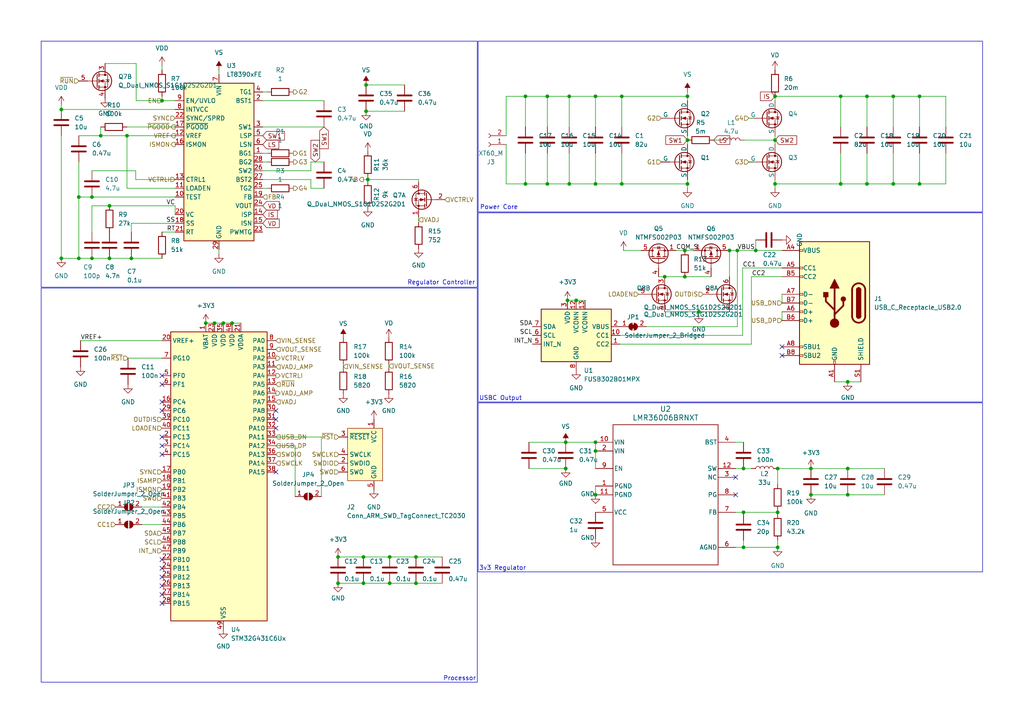
<source format=kicad_sch>
(kicad_sch (version 20230121) (generator eeschema)
  (paper "A4")
  (title_block (title "PD Charger") (date "2024-04-13") (rev "v1.0"))
  (junction (at 120.65 161.544))
  (junction (at 158.75 53.34))
  (junction (at 164.084 135.89))
  (junction (at 36.83 39.37))
  (junction (at 225.552 135.89))
  (junction (at 31.75 59.69))
  (junction (at 31.75 74.93))
  (junction (at 251.46 27.94))
  (junction (at 251.46 53.34))
  (junction (at 213.868 72.644))
  (junction (at 17.78 74.93))
  (junction (at 225.552 148.59))
  (junction (at 59.69 93.726))
  (junction (at 113.03 169.164))
  (junction (at 243.84 27.94))
  (junction (at 158.75 27.94))
  (junction (at 152.4 53.34))
  (junction (at 219.202 72.644))
  (junction (at 245.872 143.51))
  (junction (at 26.67 57.15))
  (junction (at 120.65 169.164))
  (junction (at 105.41 169.164))
  (junction (at 259.08 27.94))
  (junction (at 224.79 53.34))
  (junction (at 266.7 27.94))
  (junction (at 164.084 128.27))
  (junction (at 215.646 158.75))
  (junction (at 198.628 80.264))
  (junction (at 224.79 40.64))
  (junction (at 192.786 80.264))
  (junction (at 106.68 52.07))
  (junction (at 167.132 87.122))
  (junction (at 26.67 74.93))
  (junction (at 235.204 135.89))
  (junction (at 172.72 143.51))
  (junction (at 152.4 27.94))
  (junction (at 164.592 87.122))
  (junction (at 172.72 27.94))
  (junction (at 64.77 93.726))
  (junction (at 38.1 74.93))
  (junction (at 29.21 39.37))
  (junction (at 211.582 72.644))
  (junction (at 98.044 161.544))
  (junction (at 198.628 72.644))
  (junction (at 199.39 53.34))
  (junction (at 165.1 27.94))
  (junction (at 46.99 29.21))
  (junction (at 202.692 90.424))
  (junction (at 172.72 128.27))
  (junction (at 235.204 143.51))
  (junction (at 259.08 53.34))
  (junction (at 180.34 27.94))
  (junction (at 225.552 158.75))
  (junction (at 245.872 135.89))
  (junction (at 67.31 93.726))
  (junction (at 180.34 53.34))
  (junction (at 106.172 24.638))
  (junction (at 199.39 40.64))
  (junction (at 17.78 31.75))
  (junction (at 245.872 110.744))
  (junction (at 62.23 93.726))
  (junction (at 199.39 27.94))
  (junction (at 243.84 53.34))
  (junction (at 106.172 32.258))
  (junction (at 224.79 27.94))
  (junction (at 165.1 53.34))
  (junction (at 266.7 53.34))
  (junction (at 172.72 53.34))
  (junction (at 105.41 161.544))
  (junction (at 98.044 169.164))
  (junction (at 22.86 74.93))
  (junction (at 215.646 135.89))
  (junction (at 215.646 148.59))
  (junction (at 172.72 130.81))
  (junction (at 113.03 161.544))
  (junction (at 22.86 57.15))
  (no_connect (at 46.99 169.926))
  (no_connect (at 226.822 103.124))
  (no_connect (at 80.01 124.206))
  (no_connect (at 80.01 136.906))
  (no_connect (at 226.822 100.584))
  (no_connect (at 80.01 119.126))
  (no_connect (at 46.99 116.586))
  (no_connect (at 46.99 119.126))
  (no_connect (at 46.99 164.846))
  (no_connect (at 46.99 111.506))
  (no_connect (at 46.99 172.466))
  (no_connect (at 80.01 121.666))
  (no_connect (at 46.99 108.966))
  (no_connect (at 46.99 167.386))
  (no_connect (at 46.99 129.286))
  (no_connect (at 213.36 143.51))
  (no_connect (at 46.99 126.746))
  (no_connect (at 46.99 175.006))
  (no_connect (at 213.36 138.43))
  (no_connect (at 46.99 162.306))
  (no_connect (at 46.99 131.826))
  (wire (pts (xy 213.36 135.89) (xy 215.646 135.89)))
  (wire (pts (xy 105.41 169.164) (xy 113.03 169.164)))
  (wire (pts (xy 38.1 67.31) (xy 38.1 64.77)))
  (wire (pts (xy 180.848 72.644) (xy 185.928 72.644)))
  (wire (pts (xy 167.132 87.122) (xy 169.672 87.122)))
  (wire (pts (xy 199.39 52.07) (xy 199.39 53.34)))
  (wire (pts (xy 99.568 105.664) (xy 99.568 106.68)))
  (wire (pts (xy 251.46 44.45) (xy 251.46 53.34)))
  (wire (pts (xy 105.41 161.544) (xy 113.03 161.544)))
  (wire (pts (xy 85.598 144.018) (xy 85.598 129.286)))
  (wire (pts (xy 50.8 54.61) (xy 36.83 54.61)))
  (wire (pts (xy 26.67 57.15) (xy 50.8 57.15)))
  (wire (pts (xy 50.8 59.69) (xy 50.8 62.23)))
  (wire (pts (xy 226.822 90.424) (xy 226.822 92.964)))
  (wire (pts (xy 158.75 53.34) (xy 165.1 53.34)))
  (wire (pts (xy 152.4 44.45) (xy 152.4 53.34)))
  (wire (pts (xy 199.39 26.67) (xy 199.39 27.94)))
  (wire (pts (xy 76.2 26.67) (xy 77.47 26.67)))
  (wire (pts (xy 36.83 54.61) (xy 36.83 39.37)))
  (wire (pts (xy 215.646 148.59) (xy 225.552 148.59)))
  (wire (pts (xy 67.31 93.726) (xy 69.85 93.726)))
  (wire (pts (xy 243.84 27.94) (xy 224.79 27.94)))
  (wire (pts (xy 180.34 36.83) (xy 180.34 27.94)))
  (wire (pts (xy 112.776 105.664) (xy 112.776 106.68)))
  (wire (pts (xy 225.552 148.082) (xy 225.552 148.59)))
  (wire (pts (xy 199.39 39.37) (xy 199.39 40.64)))
  (wire (pts (xy 165.1 53.34) (xy 172.72 53.34)))
  (wire (pts (xy 26.67 74.93) (xy 31.75 74.93)))
  (wire (pts (xy 251.46 27.94) (xy 243.84 27.94)))
  (wire (pts (xy 106.172 24.638) (xy 117.348 24.638)))
  (wire (pts (xy 120.65 169.164) (xy 128.27 169.164)))
  (wire (pts (xy 152.4 27.94) (xy 158.75 27.94)))
  (wire (pts (xy 29.21 36.83) (xy 29.21 39.37)))
  (wire (pts (xy 76.2 29.21) (xy 93.98 29.21)))
  (wire (pts (xy 202.692 90.424) (xy 211.582 90.424)))
  (wire (pts (xy 172.72 140.97) (xy 172.72 143.51)))
  (wire (pts (xy 245.872 135.89) (xy 256.54 135.89)))
  (wire (pts (xy 172.72 130.81) (xy 172.72 135.89)))
  (wire (pts (xy 165.1 36.83) (xy 165.1 27.94)))
  (wire (pts (xy 199.39 53.34) (xy 199.39 54.61)))
  (wire (pts (xy 266.7 53.34) (xy 259.08 53.34)))
  (wire (pts (xy 215.646 156.718) (xy 215.646 158.75)))
  (wire (pts (xy 213.36 148.59) (xy 215.646 148.59)))
  (wire (pts (xy 180.34 44.45) (xy 180.34 53.34)))
  (wire (pts (xy 39.497 18.415) (xy 39.497 29.21)))
  (wire (pts (xy 146.812 41.91) (xy 146.812 53.34)))
  (wire (pts (xy 38.1 64.77) (xy 50.8 64.77)))
  (wire (pts (xy 217.932 80.264) (xy 226.822 80.264)))
  (wire (pts (xy 62.23 93.726) (xy 64.77 93.726)))
  (wire (pts (xy 199.39 40.64) (xy 199.39 41.91)))
  (wire (pts (xy 93.218 144.018) (xy 93.218 126.746)))
  (wire (pts (xy 153.416 135.89) (xy 164.084 135.89)))
  (wire (pts (xy 165.1 44.45) (xy 165.1 53.34)))
  (wire (pts (xy 46.99 19.05) (xy 46.99 20.32)))
  (wire (pts (xy 76.2 54.61) (xy 77.47 54.61)))
  (wire (pts (xy 235.204 143.51) (xy 245.872 143.51)))
  (wire (pts (xy 243.84 44.45) (xy 243.84 53.34)))
  (wire (pts (xy 251.46 36.83) (xy 251.46 27.94)))
  (wire (pts (xy 226.822 85.344) (xy 226.822 87.884)))
  (wire (pts (xy 153.416 128.27) (xy 164.084 128.27)))
  (wire (pts (xy 30.48 18.415) (xy 39.497 18.415)))
  (wire (pts (xy 22.86 39.37) (xy 29.21 39.37)))
  (wire (pts (xy 266.7 44.45) (xy 266.7 53.34)))
  (wire (pts (xy 93.218 126.746) (xy 80.01 126.746)))
  (wire (pts (xy 198.628 72.644) (xy 201.168 72.644)))
  (wire (pts (xy 17.78 31.75) (xy 50.8 31.75)))
  (wire (pts (xy 90.17 54.61) (xy 93.98 54.61)))
  (wire (pts (xy 259.08 53.34) (xy 251.46 53.34)))
  (wire (pts (xy 217.17 46.99) (xy 218.44 46.99)))
  (wire (pts (xy 39.497 29.21) (xy 46.99 29.21)))
  (wire (pts (xy 113.03 161.544) (xy 120.65 161.544)))
  (wire (pts (xy 224.79 39.37) (xy 224.79 40.64)))
  (wire (pts (xy 39.37 49.53) (xy 39.37 52.07)))
  (wire (pts (xy 120.65 161.544) (xy 128.27 161.544)))
  (wire (pts (xy 243.84 36.83) (xy 243.84 27.94)))
  (wire (pts (xy 259.08 36.83) (xy 259.08 27.94)))
  (wire (pts (xy 22.86 74.93) (xy 17.78 74.93)))
  (wire (pts (xy 59.69 93.726) (xy 62.23 93.726)))
  (wire (pts (xy 192.786 90.424) (xy 202.692 90.424)))
  (wire (pts (xy 180.34 27.94) (xy 199.39 27.94)))
  (wire (pts (xy 76.2 49.53) (xy 90.17 49.53)))
  (wire (pts (xy 259.08 44.45) (xy 259.08 53.34)))
  (wire (pts (xy 259.08 27.94) (xy 251.46 27.94)))
  (wire (pts (xy 39.37 52.07) (xy 50.8 52.07)))
  (wire (pts (xy 41.148 147.066) (xy 46.99 147.066)))
  (wire (pts (xy 164.592 87.122) (xy 167.132 87.122)))
  (wire (pts (xy 31.75 74.93) (xy 38.1 74.93)))
  (wire (pts (xy 213.36 158.75) (xy 215.646 158.75)))
  (wire (pts (xy 121.412 52.07) (xy 121.412 52.832)))
  (wire (pts (xy 179.832 99.822) (xy 217.932 99.822)))
  (wire (pts (xy 90.17 46.99) (xy 93.98 46.99)))
  (wire (pts (xy 192.786 80.264) (xy 198.628 80.264)))
  (wire (pts (xy 172.72 27.94) (xy 180.34 27.94)))
  (wire (pts (xy 224.79 53.34) (xy 224.79 54.61)))
  (wire (pts (xy 213.868 72.644) (xy 219.202 72.644)))
  (wire (pts (xy 191.008 80.264) (xy 192.786 80.264)))
  (wire (pts (xy 46.99 27.94) (xy 46.99 29.21)))
  (wire (pts (xy 36.83 39.37) (xy 50.8 39.37)))
  (wire (pts (xy 199.39 27.94) (xy 199.39 29.21)))
  (wire (pts (xy 217.932 99.822) (xy 217.932 80.264)))
  (wire (pts (xy 207.01 40.64) (xy 208.28 40.64)))
  (wire (pts (xy 36.83 36.83) (xy 50.8 36.83)))
  (wire (pts (xy 38.1 74.93) (xy 46.99 74.93)))
  (wire (pts (xy 76.2 46.99) (xy 77.47 46.99)))
  (wire (pts (xy 215.646 158.75) (xy 225.552 158.75)))
  (wire (pts (xy 90.17 49.53) (xy 90.17 46.99)))
  (wire (pts (xy 63.5 72.39) (xy 63.5 73.66)))
  (wire (pts (xy 106.172 32.258) (xy 117.348 32.258)))
  (wire (pts (xy 46.99 67.31) (xy 50.8 67.31)))
  (wire (pts (xy 215.392 77.724) (xy 226.822 77.724)))
  (wire (pts (xy 106.68 51.562) (xy 106.68 52.07)))
  (wire (pts (xy 76.2 52.07) (xy 90.17 52.07)))
  (wire (pts (xy 245.872 110.744) (xy 249.682 110.744)))
  (wire (pts (xy 26.67 59.69) (xy 31.75 59.69)))
  (wire (pts (xy 211.582 72.644) (xy 213.868 72.644)))
  (wire (pts (xy 219.202 69.596) (xy 219.202 72.644)))
  (wire (pts (xy 202.692 91.186) (xy 202.692 90.424)))
  (wire (pts (xy 225.552 135.89) (xy 235.204 135.89)))
  (wire (pts (xy 165.1 27.94) (xy 172.72 27.94)))
  (wire (pts (xy 152.4 53.34) (xy 158.75 53.34)))
  (wire (pts (xy 215.646 135.89) (xy 217.932 135.89)))
  (wire (pts (xy 213.868 72.644) (xy 213.868 94.742)))
  (wire (pts (xy 245.872 143.51) (xy 256.54 143.51)))
  (wire (pts (xy 215.646 148.59) (xy 215.646 149.098)))
  (wire (pts (xy 76.2 44.45) (xy 77.47 44.45)))
  (wire (pts (xy 215.392 97.282) (xy 215.392 77.724)))
  (wire (pts (xy 22.86 57.15) (xy 22.86 74.93)))
  (wire (pts (xy 187.452 94.742) (xy 213.868 94.742)))
  (wire (pts (xy 105.41 52.07) (xy 106.68 52.07)))
  (wire (pts (xy 22.86 74.93) (xy 26.67 74.93)))
  (wire (pts (xy 37.1348 103.886) (xy 46.99 103.886)))
  (wire (pts (xy 243.84 53.34) (xy 224.79 53.34)))
  (wire (pts (xy 225.552 148.59) (xy 225.552 149.098)))
  (wire (pts (xy 23.368 98.806) (xy 46.99 98.806)))
  (wire (pts (xy 242.062 110.744) (xy 245.872 110.744)))
  (wire (pts (xy 172.72 128.27) (xy 172.72 130.81)))
  (wire (pts (xy 121.412 62.992) (xy 121.412 64.516)))
  (wire (pts (xy 196.088 72.644) (xy 198.628 72.644)))
  (wire (pts (xy 158.75 27.94) (xy 165.1 27.94)))
  (wire (pts (xy 274.32 27.94) (xy 266.7 27.94)))
  (wire (pts (xy 64.77 93.726) (xy 67.31 93.726)))
  (wire (pts (xy 224.79 40.64) (xy 224.79 41.91)))
  (wire (pts (xy 274.32 44.45) (xy 274.32 53.34)))
  (wire (pts (xy 235.204 135.89) (xy 245.872 135.89)))
  (wire (pts (xy 274.32 36.83) (xy 274.32 27.94)))
  (wire (pts (xy 26.67 49.53) (xy 39.37 49.53)))
  (wire (pts (xy 106.68 52.07) (xy 121.412 52.07)))
  (wire (pts (xy 225.552 135.89) (xy 225.552 140.462)))
  (wire (pts (xy 152.4 36.83) (xy 152.4 27.94)))
  (wire (pts (xy 224.79 52.07) (xy 224.79 53.34)))
  (wire (pts (xy 224.79 27.94) (xy 224.79 29.21)))
  (wire (pts (xy 85.598 129.286) (xy 80.01 129.286)))
  (wire (pts (xy 180.34 53.34) (xy 199.39 53.34)))
  (wire (pts (xy 26.67 67.31) (xy 26.67 59.69)))
  (wire (pts (xy 146.812 27.94) (xy 146.812 39.37)))
  (wire (pts (xy 225.552 156.718) (xy 225.552 158.75)))
  (wire (pts (xy 17.78 39.37) (xy 17.78 74.93)))
  (wire (pts (xy 29.21 39.37) (xy 36.83 39.37)))
  (wire (pts (xy 274.32 53.34) (xy 266.7 53.34)))
  (wire (pts (xy 22.86 46.99) (xy 22.86 57.15)))
  (wire (pts (xy 106.68 52.07) (xy 106.68 52.578)))
  (wire (pts (xy 179.832 97.282) (xy 215.392 97.282)))
  (wire (pts (xy 22.86 57.15) (xy 26.67 57.15)))
  (wire (pts (xy 90.17 52.07) (xy 90.17 54.61)))
  (wire (pts (xy 31.75 59.69) (xy 50.8 59.69)))
  (wire (pts (xy 172.72 53.34) (xy 180.34 53.34)))
  (wire (pts (xy 215.9 40.64) (xy 224.79 40.64)))
  (wire (pts (xy 158.75 36.83) (xy 158.75 27.94)))
  (wire (pts (xy 113.03 169.164) (xy 120.65 169.164)))
  (wire (pts (xy 266.7 36.83) (xy 266.7 27.94)))
  (wire (pts (xy 198.628 80.264) (xy 206.248 80.264)))
  (wire (pts (xy 146.812 27.94) (xy 152.4 27.94)))
  (wire (pts (xy 63.5 20.32) (xy 63.5 21.59)))
  (wire (pts (xy 41.148 152.146) (xy 46.99 152.146)))
  (wire (pts (xy 172.72 44.45) (xy 172.72 53.34)))
  (wire (pts (xy 266.7 27.94) (xy 259.08 27.94)))
  (wire (pts (xy 251.46 53.34) (xy 243.84 53.34)))
  (wire (pts (xy 213.36 128.27) (xy 215.646 128.27)))
  (wire (pts (xy 17.78 30.48) (xy 17.78 31.75)))
  (wire (pts (xy 98.044 161.544) (xy 105.41 161.544)))
  (wire (pts (xy 46.99 29.21) (xy 50.8 29.21)))
  (wire (pts (xy 211.582 72.644) (xy 211.328 72.644)))
  (wire (pts (xy 146.812 53.34) (xy 152.4 53.34)))
  (wire (pts (xy 217.17 34.29) (xy 218.44 34.29)))
  (wire (pts (xy 98.044 169.164) (xy 105.41 169.164)))
  (wire (pts (xy 226.822 72.644) (xy 219.202 72.644)))
  (wire (pts (xy 172.72 36.83) (xy 172.72 27.94)))
  (wire (pts (xy 76.2 36.83) (xy 93.98 36.83)))
  (wire (pts (xy 211.582 80.264) (xy 211.582 72.644)))
  (wire (pts (xy 164.084 128.27) (xy 172.72 128.27)))
  (wire (pts (xy 158.75 44.45) (xy 158.75 53.34)))
  (rectangle (start 11.938 11.938) (end 138.43 83.312))
  (rectangle (start 138.684 116.84) (end 284.988 165.862))
  (rectangle (start 138.684 11.938) (end 284.988 61.468))
  (rectangle (start 138.684 61.722) (end 284.988 116.586))
  (rectangle (start 11.938 83.566) (end 138.43 197.866))
  (text "3v3 Regulator" (at 138.938 165.608 0) (effects (font (size 1.27 1.27)) (justify left bottom)))
  (text "Processor" (at 128.524 197.612 0) (effects (font (size 1.27 1.27)) (justify left bottom)))
  (text "Power Core" (at 139.192 60.96 0) (effects (font (size 1.27 1.27)) (justify left bottom)))
  (text "Regulator Controller" (at 118.11 82.804 0) (effects (font (size 1.27 1.27)) (justify left bottom)))
  (text "USBC Output" (at 138.938 116.332 0) (effects (font (size 1.27 1.27)) (justify left bottom)))
  (label "VC" (at 50.8 59.69 180))
  (label "SS" (at 50.8 64.77 180))
  (label "COM_S" (at 196.088 72.644 0))
  (label "CC2" (at 218.059 80.264 0))
  (label "SCL" (at 154.432 97.282 180))
  (label "VBUS" (at 213.868 72.644 0))
  (label "INT_N" (at 154.432 99.822 180))
  (label "RT" (at 50.8 67.31 180))
  (label "VREF+" (at 23.368 98.806 0))
  (label "SDA" (at 154.432 94.742 180))
  (label "CC1" (at 215.392 77.724 0))
  (global_label "SW2" (shape input) (at 224.79 40.64 0) (property "Intersheetrefs" "${INTERSHEET_REFS}" (effects hide)))
  (global_label "SW1" (shape input) (at 199.39 40.64 180) (property "Intersheetrefs" "${INTERSHEET_REFS}" (effects hide)))
  (global_label "VD" (shape input) (at 76.2 59.69 0) (property "Intersheetrefs" "${INTERSHEET_REFS}" (effects hide)))
  (global_label "SW1" (shape input) (at 76.2 39.37 0) (property "Intersheetrefs" "${INTERSHEET_REFS}" (effects hide)))
  (global_label "IS" (shape input) (at 76.2 62.23 0) (property "Intersheetrefs" "${INTERSHEET_REFS}" (effects hide)))
  (global_label "SW2" (shape input) (at 91.44 46.99 90) (property "Intersheetrefs" "${INTERSHEET_REFS}" (effects hide)))
  (global_label "IS" (shape input) (at 224.79 27.94 180) (property "Intersheetrefs" "${INTERSHEET_REFS}" (effects hide)))
  (global_label "SW1" (shape input) (at 93.98 36.83 270) (property "Intersheetrefs" "${INTERSHEET_REFS}" (effects hide)))
  (global_label "LS" (shape input) (at 76.2 41.91 0) (property "Intersheetrefs" "${INTERSHEET_REFS}" (effects hide)))
  (global_label "LS" (shape input) (at 207.01 40.64 0) (property "Intersheetrefs" "${INTERSHEET_REFS}" (effects hide)))
  (global_label "VD" (shape input) (at 76.2 64.77 0) (property "Intersheetrefs" "${INTERSHEET_REFS}" (effects hide)))
  (hierarchical_label "USB_DN" (shape input) (at 226.822 87.884 180))
  (hierarchical_label "G4" (shape output) (at 85.09 54.61 0))
  (hierarchical_label "G2" (shape output) (at 85.09 26.67 0))
  (hierarchical_label "G4" (shape input) (at 217.17 34.29 180))
  (hierarchical_label "USB_DP" (shape input) (at 80.01 129.286 0))
  (hierarchical_label "EN" (shape input) (at 46.99 29.21 180) (property "Netclass" "Default" (effects hide)))
  (hierarchical_label "LOADEN" (shape input) (at 46.99 124.206 180))
  (hierarchical_label "VADJ" (shape input) (at 80.01 116.586 0))
  (hierarchical_label "SWO" (shape input) (at 98.298 136.906 180))
  (hierarchical_label "SWCLK" (shape input) (at 98.298 131.826 180))
  (hierarchical_label "G2" (shape input) (at 191.77 34.29 180))
  (hierarchical_label "VIN_SENSE" (shape input) (at 99.568 106.299 0))
  (hierarchical_label "CC2" (shape input) (at 33.528 147.066 180))
  (hierarchical_label "VCTRLV" (shape input) (at 129.032 57.912 0))
  (hierarchical_label "ISAMP" (shape input) (at 46.99 139.446 180))
  (hierarchical_label "SWDIO" (shape input) (at 80.01 131.826 0))
  (hierarchical_label "~{RUN}" (shape input) (at 22.86 23.495 180))
  (hierarchical_label "~{RUN}" (shape input) (at 80.01 111.506 0))
  (hierarchical_label "VOUT_SENSE" (shape input) (at 80.01 101.346 0))
  (hierarchical_label "G3" (shape output) (at 85.09 46.99 0))
  (hierarchical_label "OUTDIS" (shape input) (at 203.962 85.344 180))
  (hierarchical_label "SCL" (shape input) (at 46.99 157.226 180))
  (hierarchical_label "~{RST}" (shape input) (at 37.1348 103.886 180))
  (hierarchical_label "ISMON" (shape input) (at 46.99 141.986 180))
  (hierarchical_label "VREF" (shape output) (at 50.8 39.37 180))
  (hierarchical_label "G1" (shape input) (at 191.77 46.99 180))
  (hierarchical_label "VCTRLI" (shape input) (at 50.8 52.07 180))
  (hierarchical_label "~{PGOOD}" (shape output) (at 50.8 36.83 180))
  (hierarchical_label "~{RST}" (shape input) (at 98.298 126.746 180))
  (hierarchical_label "CC1" (shape input) (at 33.528 152.146 180))
  (hierarchical_label "VOUT_SENSE" (shape input) (at 112.776 106.172 0))
  (hierarchical_label "USB_DP" (shape input) (at 226.822 92.964 180))
  (hierarchical_label "G3" (shape input) (at 217.17 46.99 180))
  (hierarchical_label "LOADEN" (shape input) (at 185.166 85.344 180))
  (hierarchical_label "VADJ" (shape input) (at 121.412 63.754 0))
  (hierarchical_label "FB" (shape input) (at 76.2 57.15 0))
  (hierarchical_label "VCTRLI" (shape output) (at 80.01 108.966 0))
  (hierarchical_label "G1" (shape output) (at 85.09 44.45 0))
  (hierarchical_label "SYNC" (shape input) (at 46.99 136.906 180))
  (hierarchical_label "VCTRLV" (shape output) (at 80.01 103.886 0))
  (hierarchical_label "SYNC" (shape input) (at 50.8 34.29 180))
  (hierarchical_label "VADJ_AMP" (shape input) (at 80.01 106.426 0))
  (hierarchical_label "FB" (shape output) (at 105.41 52.07 180))
  (hierarchical_label "SDA" (shape input) (at 46.99 154.686 180))
  (hierarchical_label "VADJ_AMP" (shape output) (at 80.01 114.046 0))
  (hierarchical_label "ISMON" (shape output) (at 50.8 41.91 180))
  (hierarchical_label "SWDIO" (shape input) (at 98.298 134.366 180))
  (hierarchical_label "USB_DN" (shape input) (at 80.01 126.746 0))
  (hierarchical_label "SWO" (shape input) (at 46.99 144.526 180))
  (hierarchical_label "OUTDIS" (shape input) (at 46.99 121.666 180))
  (hierarchical_label "SWCLK" (shape input) (at 80.01 134.366 0))
  (hierarchical_label "INT_N" (shape input) (at 46.99 159.766 180))
  (hierarchical_label "VIN_SENSE" (shape input) (at 80.01 98.806 0))
  (symbol (lib_id "power:GND") (at 106.172 32.258 0) (unit 1)
    (property "Reference" "#PWR039" (effects hide))
    (property "Value" "GND" (at 106.172 36.576 0))
  )
  (symbol (lib_id "Device:C") (at 120.65 165.354 0) (unit 1)
    (property "Reference" "C24" (at 122.428 162.814 0) (effects (justify left)))
    (property "Value" "0.1u" (at 122.428 167.894 0) (effects (justify left)))
    (property "Footprint" "Capacitor_SMD:C_0603_1608Metric" (effects hide))
  )
  (symbol (lib_id "Device:C") (at 164.084 132.08 180) (unit 1)
    (property "Reference" "C31" (at 167.894 130.81 0) (effects (justify right)))
    (property "Value" "0.47u" (at 167.894 133.35 0) (effects (justify right)))
    (property "Footprint" "Capacitor_SMD:C_0805_2012Metric" (effects hide))
  )
  (symbol (lib_id "2024-04-12_02-42-06:LMR36006BRNXT") (at 193.04 143.51 0) (unit 1)
    (property "Reference" "U2" (at 193.04 118.618 0) (effects (font (size 1.524 1.524))))
    (property "Value" "LMR36006BRNXT" (at 193.04 121.158 0) (effects (font (size 1.524 1.524))))
    (property "Footprint" "Library:RNX0012B" (effects hide))
    (property "Datasheet" "LMR36006BRNXT" (effects hide))
  )
  (symbol (lib_id "power:+3V3") (at 98.044 161.544 0) (unit 1)
    (property "Reference" "#PWR028" (effects hide))
    (property "Value" "+3V3" (at 98.044 156.464 0))
  )
  (symbol (lib_id "Device:C") (at 245.872 139.7 0) (unit 1)
    (property "Reference" "C28" (at 249.682 138.43 0) (effects (justify left)))
    (property "Value" "10u" (at 249.682 140.97 0) (effects (justify left)))
    (property "Footprint" "Capacitor_SMD:C_1206_3216Metric" (effects hide))
  )
  (symbol (lib_id "Device:C") (at 31.75 71.12 0) (unit 1)
    (property "Reference" "C8" (at 30.48 77.47 0) (effects (justify left)))
    (property "Value" "4.7n" (at 30.48 80.01 0) (effects (justify left)))
    (property "Footprint" "Capacitor_SMD:C_0603_1608Metric" (effects hide))
  )
  (symbol (lib_id "power:VD") (at 224.79 20.32 0) (unit 1)
    (property "Reference" "#PWR04" (effects hide))
    (property "Value" "VD" (at 224.79 16.002 0))
  )
  (symbol (lib_id "Device:R") (at 81.28 54.61 90) (unit 1)
    (property "Reference" "R4" (at 81.28 57.15 90))
    (property "Value" "1" (at 81.28 59.69 90))
    (property "Footprint" "Resistor_SMD:R_0603_1608Metric" (effects hide))
  )
  (symbol (lib_id "Device:L") (at 212.09 40.64 90) (unit 1)
    (property "Reference" "L1" (at 212.09 35.56 90))
    (property "Value" "4.7u" (at 212.09 38.1 90))
    (property "Footprint" "Inductor_SMD:L_Vishay_IHLP-6767" (effects hide))
    (property "Datasheet" "https://www.vishay.com/docs/34282/ihlp-6767gz-11.pdf" (effects hide))
  )
  (symbol (lib_id "Device:C") (at 223.012 69.596 270) (unit 1)
    (property "Reference" "C22" (at 221.234 73.914 90) (effects (justify left)))
    (property "Value" "0.47u" (at 221.234 76.454 90) (effects (justify left)))
    (property "Footprint" "Capacitor_SMD:C_0805_2012Metric" (effects hide))
  )
  (symbol (lib_id "Device:C") (at 113.03 165.354 0) (unit 1)
    (property "Reference" "C23" (at 114.808 162.814 0) (effects (justify left)))
    (property "Value" "0.1u" (at 114.808 167.894 0) (effects (justify left)))
    (property "Footprint" "Capacitor_SMD:C_0603_1608Metric" (effects hide))
  )
  (symbol (lib_id "power:GND") (at 106.68 60.198 0) (unit 1)
    (property "Reference" "#PWR010" (effects hide))
    (property "Value" "GND" (at 106.68 65.278 0))
  )
  (symbol (lib_id "power:VD") (at 106.68 43.942 0) (unit 1)
    (property "Reference" "#PWR011" (effects hide))
    (property "Value" "VD" (at 106.68 38.862 0))
  )
  (symbol (lib_id "Connector:Conn_01x02_Socket") (at 141.732 41.91 180) (unit 1)
    (property "Reference" "J3" (at 142.367 46.99 0))
    (property "Value" "XT60_M" (at 142.367 44.45 0))
    (property "Footprint" "Connector_AMASS:AMASS_XT60PW-M_1x02_P7.20mm_Horizontal" (effects hide))
  )
  (symbol (lib_id "Device:C") (at 26.67 71.12 0) (unit 1)
    (property "Reference" "C9" (at 24.13 77.47 0) (effects (justify left)))
    (property "Value" "100p" (at 24.13 80.01 0) (effects (justify left)))
    (property "Footprint" "Capacitor_SMD:C_0603_1608Metric" (effects hide))
  )
  (symbol (lib_id "power:GND") (at 172.72 156.21 0) (unit 1)
    (property "Reference" "#PWR037" (effects hide))
    (property "Value" "GND" (at 170.434 155.956 0))
  )
  (symbol (lib_id "Device:C") (at 128.27 165.354 0) (unit 1)
    (property "Reference" "C25" (at 130.048 162.814 0) (effects (justify left)))
    (property "Value" "0.47u" (at 130.048 167.894 0) (effects (justify left)))
    (property "Footprint" "Capacitor_SMD:C_0603_1608Metric" (effects hide))
  )
  (symbol (lib_id "Device:C") (at 180.34 40.64 0) (unit 1)
    (property "Reference" "C1" (at 184.15 39.37 0) (effects (justify left)))
    (property "Value" "82u" (at 184.15 41.91 0) (effects (justify left)))
    (property "Footprint" "Capacitor_SMD:CP_Elec_10x7.9" (effects hide))
  )
  (symbol (lib_id "Device:C") (at 106.172 28.448 180) (unit 1)
    (property "Reference" "C35" (at 109.982 27.178 0) (effects (justify right)))
    (property "Value" "0.47u" (at 109.982 29.718 0) (effects (justify right)))
    (property "Footprint" "Capacitor_SMD:C_0805_2012Metric" (effects hide))
  )
  (symbol (lib_id "power:+3V3") (at 235.204 135.89 0) (unit 1)
    (property "Reference" "#PWR036" (effects hide))
    (property "Value" "+3V3" (at 235.204 131.318 0))
  )
  (symbol (lib_id "power:VD") (at 112.776 98.044 0) (unit 1)
    (property "Reference" "#PWR020" (effects hide))
    (property "Value" "VD" (at 112.776 93.726 0))
  )
  (symbol (lib_id "power:GND") (at 23.368 106.426 0) (unit 1)
    (property "Reference" "#PWR030" (effects hide))
    (property "Value" "GND" (at 23.368 111.506 0))
  )
  (symbol (lib_id "power:GND") (at 172.72 143.51 0) (unit 1)
    (property "Reference" "#PWR033" (effects hide))
    (property "Value" "GND" (at 170.434 143.256 0))
  )
  (symbol (lib_id "Transistor_FET:AON6411") (at 191.008 75.184 90) (unit 1)
    (property "Reference" "Q5" (at 191.008 66.294 90))
    (property "Value" "NTMFS002P03" (at 191.008 68.834 90))
    (property "Footprint" "Package_DFN_QFN:AO_DFN-8-1EP_5.55x5.2mm_P1.27mm_EP4.12x4.6mm" (effects hide))
    (property "Datasheet" "http://www.aosmd.com/res/data_sheets/AON6411.pdf" (effects hide))
    (property "Sim.Device" "PMOS" (effects hide))
    (property "Sim.Type" "VDMOS" (effects hide))
    (property "Sim.Pins" "1=D 2=G 3=S" (effects hide))
  )
  (symbol (lib_id "Device:C") (at 235.204 139.7 0) (unit 1)
    (property "Reference" "C27" (at 239.014 138.43 0) (effects (justify left)))
    (property "Value" "10u" (at 239.014 140.97 0) (effects (justify left)))
    (property "Footprint" "Capacitor_SMD:C_1206_3216Metric" (effects hide))
  )
  (symbol (lib_id "power:GND") (at 225.552 158.75 0) (unit 1)
    (property "Reference" "#PWR031" (effects hide))
    (property "Value" "GND" (at 225.552 164.084 0))
  )
  (symbol (lib_id "Simulation_SPICE:NMOS") (at 196.85 34.29 0) (unit 1)
    (property "Reference" "Q2" (at 203.2 33.02 0) (effects (justify left)))
    (property "Value" "NMOS" (effects hide))
    (property "Footprint" "Library:ECP2302" (effects hide))
    (property "Datasheet" "https://ngspice.sourceforge.io/docs/ngspice-manual.pdf" (effects hide))
    (property "Sim.Device" "NMOS" (effects hide))
    (property "Sim.Type" "VDMOS" (effects hide))
    (property "Sim.Pins" "1=D 2=G 3=S" (effects hide))
  )
  (symbol (lib_id "Device:R") (at 99.568 101.854 0) (unit 1)
    (property "Reference" "R17" (at 102.489 100.584 0) (effects (justify left)))
    (property "Value" "100k" (at 102.489 103.124 0) (effects (justify left)))
    (property "Footprint" "Resistor_SMD:R_0603_1608Metric" (effects hide))
  )
  (symbol (lib_id "Device:C") (at 274.32 40.64 0) (unit 1)
    (property "Reference" "C21" (at 278.13 39.37 0) (effects (justify left)))
    (property "Value" "10u" (at 278.13 41.91 0) (effects (justify left)))
    (property "Footprint" "Capacitor_SMD:C_1206_3216Metric" (effects hide))
  )
  (symbol (lib_id "Device:C") (at 22.86 43.18 0) (unit 1)
    (property "Reference" "C6" (at 26.67 41.91 0) (effects (justify left)))
    (property "Value" "0.47u" (at 26.67 44.45 0) (effects (justify left)))
    (property "Footprint" "Capacitor_SMD:C_0603_1608Metric" (effects hide))
  )
  (symbol (lib_id "Device:R") (at 99.568 110.49 0) (unit 1)
    (property "Reference" "R18" (at 102.489 109.22 0) (effects (justify left)))
    (property "Value" "5820" (at 102.489 111.76 0) (effects (justify left)))
    (property "Footprint" "Resistor_SMD:R_0603_1608Metric" (effects hide))
  )
  (symbol (lib_id "power:GND") (at 121.412 72.136 0) (unit 1)
    (property "Reference" "#PWR018" (effects hide))
    (property "Value" "GND" (at 121.412 76.962 0))
  )
  (symbol (lib_id "power:GND") (at 63.5 73.66 0) (unit 1)
    (property "Reference" "#PWR05" (effects hide))
    (property "Value" "GND" (at 63.5 78.74 0))
  )
  (symbol (lib_id "power:VS") (at 99.568 98.044 0) (unit 1)
    (property "Reference" "#PWR022" (effects hide))
    (property "Value" "VS" (at 99.568 93.853 0))
  )
  (symbol (lib_id "Device:R") (at 198.628 76.454 0) (unit 1)
    (property "Reference" "R13" (at 201.168 75.184 0) (effects (justify left)))
    (property "Value" "51k" (at 201.168 77.724 0) (effects (justify left)))
    (property "Footprint" "Resistor_SMD:R_0603_1608Metric" (effects hide))
  )
  (symbol (lib_id "power:VDD") (at 46.99 19.05 0) (unit 1)
    (property "Reference" "#PWR07" (effects hide))
    (property "Value" "VDD" (at 46.99 13.97 0))
  )
  (symbol (lib_id "Device:R") (at 106.68 47.752 180) (unit 1)
    (property "Reference" "R11" (at 109.22 47.752 90))
    (property "Value" "36k" (at 111.76 47.752 90))
    (property "Footprint" "Resistor_SMD:R_0603_1608Metric" (effects hide))
  )
  (symbol (lib_id "Driver_LED:LT8391xFE") (at 63.5 46.99 0) (unit 1)
    (property "Reference" "U3" (at 65.6941 19.05 0) (effects (justify left)))
    (property "Value" "LT8390xFE" (at 65.6941 21.59 0) (effects (justify left)))
    (property "Footprint" "Package_SO:TSSOP-28-1EP_4.4x9.7mm_P0.65mm" (effects hide))
    (property "Datasheet" "https://www.analog.com/media/en/technical-documentation/data-sheets/lt8390.pdf" (effects hide))
  )
  (symbol (lib_id "power:+3V3") (at 164.592 87.122 0) (unit 1)
    (property "Reference" "#PWR040" (effects hide))
    (property "Value" "+3V3" (at 164.592 81.788 0))
  )
  (symbol (lib_id "power:GND") (at 226.822 69.596 90) (unit 1)
    (property "Reference" "#PWR016" (effects hide))
    (property "Value" "GND" (at 231.902 69.596 0))
  )
  (symbol (lib_id "Device:C") (at 105.41 165.354 0) (unit 1)
    (property "Reference" "C13" (at 107.188 162.814 0) (effects (justify left)))
    (property "Value" "0.1u" (at 107.188 167.894 0) (effects (justify left)))
    (property "Footprint" "Capacitor_SMD:C_0603_1608Metric" (effects hide))
  )
  (symbol (lib_id "Device:R") (at 203.2 40.64 90) (unit 1)
    (property "Reference" "R5" (at 203.2 35.56 90))
    (property "Value" "5m" (at 203.2 38.1 90))
    (property "Footprint" "Resistor_SMD:R_1206_3216Metric" (effects hide))
    (property "Datasheet" "https://www.ohmite.com/assets/docs/res_lvt.pdf?r=false" (effects hide))
  )
  (symbol (lib_id "Device:C") (at 172.72 40.64 0) (unit 1)
    (property "Reference" "C14" (at 176.53 39.37 0) (effects (justify left)))
    (property "Value" "10u" (at 176.53 41.91 0) (effects (justify left)))
    (property "Footprint" "Capacitor_SMD:C_1206_3216Metric" (effects hide))
  )
  (symbol (lib_id "MCU_ST_STM32G4:STM32G431C6Ux") (at 62.23 139.446 0) (unit 1)
    (property "Reference" "U4" (at 66.9641 182.626 0) (effects (justify left)))
    (property "Value" "STM32G431C6Ux" (at 66.9641 185.166 0) (effects (justify left)))
    (property "Footprint" "Package_DFN_QFN:QFN-48-1EP_7x7mm_P0.5mm_EP5.6x5.6mm" (effects hide))
    (property "Datasheet" "https://www.st.com/resource/en/datasheet/stm32g431c6.pdf" (effects hide))
  )
  (symbol (lib_id "Device:C") (at 251.46 40.64 0) (unit 1)
    (property "Reference" "C18" (at 255.27 39.37 0) (effects (justify left)))
    (property "Value" "10u" (at 255.27 41.91 0) (effects (justify left)))
    (property "Footprint" "Capacitor_SMD:C_1206_3216Metric" (effects hide))
  )
  (symbol (lib_id "Device:C") (at 23.368 102.616 0) (unit 1)
    (property "Reference" "C26" (at 27.178 101.346 0) (effects (justify left)))
    (property "Value" "100n" (at 27.178 103.886 0) (effects (justify left)))
    (property "Footprint" "Capacitor_SMD:C_0603_1608Metric" (effects hide))
  )
  (symbol (lib_id "Device:C") (at 38.1 71.12 0) (unit 1)
    (property "Reference" "C7" (at 36.83 78.74 0) (effects (justify left)))
    (property "Value" "0.1u" (at 36.83 81.28 0) (effects (justify left)))
    (property "Footprint" "Capacitor_SMD:C_0603_1608Metric" (effects hide))
  )
  (symbol (lib_id "Device:C") (at 117.348 28.448 180) (unit 1)
    (property "Reference" "C36" (at 121.158 27.178 0) (effects (justify right)))
    (property "Value" "0.47u" (at 121.158 29.718 0) (effects (justify right)))
    (property "Footprint" "Capacitor_SMD:C_0805_2012Metric" (effects hide))
  )
  (symbol (lib_id "Device:C") (at 243.84 40.64 0) (unit 1)
    (property "Reference" "C2" (at 247.65 39.37 0) (effects (justify left)))
    (property "Value" "82u" (at 247.65 41.91 0) (effects (justify left)))
    (property "Footprint" "Capacitor_SMD:CP_Elec_10x7.9" (effects hide))
  )
  (symbol (lib_id "power:GND") (at 98.044 169.164 0) (unit 1)
    (property "Reference" "#PWR029" (effects hide))
    (property "Value" "GND" (at 98.044 173.482 0))
  )
  (symbol (lib_id "Device:R") (at 81.28 26.67 90) (unit 1)
    (property "Reference" "R2" (at 81.28 20.32 90))
    (property "Value" "1" (at 81.28 22.86 90))
    (property "Footprint" "Resistor_SMD:R_0603_1608Metric" (effects hide))
  )
  (symbol (lib_id "Simulation_SPICE:NMOS") (at 222.25 46.99 0) (unit 1)
    (property "Reference" "Q3" (at 228.6 45.72 0) (effects (justify left)))
    (property "Value" "NMOS" (effects hide))
    (property "Footprint" "Library:ECP2302" (effects hide))
    (property "Datasheet" "https://ngspice.sourceforge.io/docs/ngspice-manual.pdf" (effects hide))
    (property "Sim.Device" "NMOS" (effects hide))
    (property "Sim.Type" "VDMOS" (effects hide))
    (property "Sim.Pins" "1=D 2=G 3=S" (effects hide))
  )
  (symbol (lib_id "Device:C") (at 153.416 132.08 180) (unit 1)
    (property "Reference" "C30" (at 157.226 130.81 0) (effects (justify right)))
    (property "Value" "0.47u" (at 157.226 133.35 0) (effects (justify right)))
    (property "Footprint" "Capacitor_SMD:C_0805_2012Metric" (effects hide))
  )
  (symbol (lib_id "Jumper:SolderJumper_2_Bridged") (at 183.642 94.742 0) (unit 1)
    (property "Reference" "JP1" (at 183.642 91.948 0))
    (property "Value" "SolderJumper_2_Bridged" (at 192.786 97.282 0))
    (property "Footprint" "Jumper:SolderJumper-2_P1.3mm_Bridged2Bar_RoundedPad1.0x1.5mm" (effects hide))
  )
  (symbol (lib_id "power:GND") (at 112.776 114.3 0) (unit 1)
    (property "Reference" "#PWR021" (effects hide))
    (property "Value" "GND" (at 112.776 119.126 0))
  )
  (symbol (lib_id "Device:C") (at 158.75 40.64 0) (unit 1)
    (property "Reference" "C16" (at 162.56 39.37 0) (effects (justify left)))
    (property "Value" "10u" (at 162.56 41.91 0) (effects (justify left)))
    (property "Footprint" "Capacitor_SMD:C_1206_3216Metric" (effects hide))
  )
  (symbol (lib_id "Transistor_FET:AON6411") (at 206.248 75.184 270) (mirror x) (unit 1)
    (property "Reference" "Q6" (at 206.248 66.294 90))
    (property "Value" "NTMFS002P03" (at 206.248 68.834 90))
    (property "Footprint" "Package_DFN_QFN:AO_DFN-8-1EP_5.55x5.2mm_P1.27mm_EP4.12x4.6mm" (effects hide))
    (property "Datasheet" "http://www.aosmd.com/res/data_sheets/AON6411.pdf" (effects hide))
    (property "Sim.Device" "PMOS" (effects hide))
    (property "Sim.Type" "VDMOS" (effects hide))
    (property "Sim.Pins" "1=D 2=G 3=S" (effects hide))
  )
  (symbol (lib_id "power:GND") (at 199.39 54.61 0) (unit 1)
    (property "Reference" "#PWR01" (effects hide))
    (property "Value" "GND" (at 199.39 59.69 0))
  )
  (symbol (lib_id "Device:C") (at 93.98 50.8 0) (unit 1)
    (property "Reference" "C4" (at 97.79 49.53 0) (effects (justify left)))
    (property "Value" "0.47u" (at 97.79 52.07 0) (effects (justify left)))
    (property "Footprint" "Capacitor_SMD:C_0805_2012Metric" (effects hide))
  )
  (symbol (lib_id "Connector:Conn_ARM_SWD_TagConnect_TC2030") (at 105.918 131.826 0) (mirror y) (unit 1) (in_bom no)
    (property "Reference" "J2" (at 100.584 147.066 0) (effects (justify right)))
    (property "Value" "Conn_ARM_SWD_TagConnect_TC2030" (at 100.584 149.606 0) (effects (justify right)))
    (property "Footprint" "Connector:Tag-Connect_TC2030-IDC-FP_2x03_P1.27mm_Vertical" (effects hide))
    (property "Datasheet" "https://www.tag-connect.com/wp-content/uploads/bsk-pdf-manager/TC2030-CTX_1.pdf" (effects hide))
  )
  (symbol (lib_id "Device:R") (at 225.552 144.272 0) (unit 1)
    (property "Reference" "R19" (at 228.092 143.002 0) (effects (justify left)))
    (property "Value" "100k" (at 228.092 145.542 0) (effects (justify left)))
    (property "Footprint" "Resistor_SMD:R_0603_1608Metric" (effects hide))
  )
  (symbol (lib_id "power:GND") (at 167.132 107.442 0) (unit 1)
    (property "Reference" "#PWR014" (effects hide))
    (property "Value" "GND" (at 167.132 112.522 0))
  )
  (symbol (lib_id "Simulation_SPICE:NMOS") (at 222.25 34.29 0) (unit 1)
    (property "Reference" "Q4" (at 228.6 33.02 0) (effects (justify left)))
    (property "Value" "NMOS" (effects hide))
    (property "Footprint" "Library:ECP2302" (effects hide))
    (property "Datasheet" "https://ngspice.sourceforge.io/docs/ngspice-manual.pdf" (effects hide))
    (property "Sim.Device" "NMOS" (effects hide))
    (property "Sim.Type" "VDMOS" (effects hide))
    (property "Sim.Pins" "1=D 2=G 3=S" (effects hide))
  )
  (symbol (lib_id "Device:C") (at 256.54 139.7 180) (unit 1)
    (property "Reference" "C29" (at 260.35 138.43 0) (effects (justify right)))
    (property "Value" "0.47u" (at 260.35 140.97 0) (effects (justify right)))
    (property "Footprint" "Capacitor_SMD:C_0805_2012Metric" (effects hide))
  )
  (symbol (lib_id "Device:C") (at 26.67 53.34 0) (unit 1)
    (property "Reference" "C10" (at 30.48 52.07 0) (effects (justify left)))
    (property "Value" "4.7u" (at 30.48 54.61 0) (effects (justify left)))
    (property "Footprint" "Capacitor_SMD:C_0603_1608Metric" (effects hide))
  )
  (symbol (lib_id "power:VS") (at 63.5 20.32 0) (unit 1)
    (property "Reference" "#PWR06" (effects hide))
    (property "Value" "VS" (at 63.5 15.24 0))
  )
  (symbol (lib_id "power:GND") (at 164.084 135.89 0) (unit 1)
    (property "Reference" "#PWR034" (effects hide))
    (property "Value" "GND" (at 164.084 140.208 0))
  )
  (symbol (lib_id "power:GND") (at 235.204 143.51 0) (unit 1)
    (property "Reference" "#PWR032" (effects hide))
    (property "Value" "GND" (at 235.204 148.844 0))
  )
  (symbol (lib_id "power:GND") (at 224.79 54.61 0) (unit 1)
    (property "Reference" "#PWR02" (effects hide))
    (property "Value" "GND" (at 224.79 59.69 0))
  )
  (symbol (lib_id "Simulation_SPICE:NMOS") (at 196.85 46.99 0) (unit 1)
    (property "Reference" "Q1" (at 203.2 45.72 0) (effects (justify left)))
    (property "Value" "NMOS" (effects hide))
    (property "Footprint" "Library:ECP2302" (effects hide))
    (property "Datasheet" "https://ngspice.sourceforge.io/docs/ngspice-manual.pdf" (effects hide))
    (property "Sim.Device" "NMOS" (effects hide))
    (property "Sim.Type" "VDMOS" (effects hide))
    (property "Sim.Pins" "1=D 2=G 3=S" (effects hide))
  )
  (symbol (lib_id "Device:C") (at 37.1348 107.696 0) (unit 1)
    (property "Reference" "C11" (at 40.9448 106.426 0) (effects (justify left)))
    (property "Value" "100n" (at 40.9448 108.966 0) (effects (justify left)))
    (property "Footprint" "Capacitor_SMD:C_0603_1608Metric" (effects hide))
  )
  (symbol (lib_id "Interface_USB:FUSB302B01MPX") (at 167.132 97.282 0) (unit 1)
    (property "Reference" "U1" (at 169.3261 107.442 0) (effects (justify left)))
    (property "Value" "FUSB302B01MPX" (at 169.3261 109.982 0) (effects (justify left)))
    (property "Footprint" "Package_DFN_QFN:WQFN-14-1EP_2.5x2.5mm_P0.5mm_EP1.45x1.45mm" (effects hide))
    (property "Datasheet" "http://www.onsemi.com/pub/Collateral/FUSB302B-D.PDF" (effects hide))
  )
  (symbol (lib_id "Jumper:SolderJumper_2_Open") (at 37.338 152.146 0) (unit 1)
    (property "Reference" "JP2" (at 37.338 145.796 0))
    (property "Value" "SolderJumper_2_Open" (at 37.338 148.336 0))
    (property "Footprint" "Jumper:SolderJumper-2_P1.3mm_Open_RoundedPad1.0x1.5mm" (effects hide))
  )
  (symbol (lib_id "Device:C") (at 215.646 132.08 0) (unit 1)
    (property "Reference" "C33" (at 219.456 130.81 0) (effects (justify left)))
    (property "Value" "100n" (at 219.456 133.35 0) (effects (justify left)))
    (property "Footprint" "Capacitor_SMD:C_0603_1608Metric" (effects hide))
  )
  (symbol (lib_id "Device:C") (at 172.72 152.4 0) (unit 1)
    (property "Reference" "C32" (at 165.1 151.13 0) (effects (justify left)))
    (property "Value" "1u" (at 165.1 153.67 0) (effects (justify left)))
    (property "Footprint" "Capacitor_SMD:C_0603_1608Metric" (effects hide))
  )
  (symbol (lib_id "power:GND") (at 64.77 182.626 0) (unit 1)
    (property "Reference" "#PWR015" (effects hide))
    (property "Value" "GND" (at 64.77 187.452 0))
  )
  (symbol (lib_id "power:GND") (at 108.458 141.986 0) (unit 1)
    (property "Reference" "#PWR025" (effects hide))
    (property "Value" "GND" (at 108.458 147.066 0))
  )
  (symbol (lib_id "Device:R") (at 106.68 56.388 180) (unit 1)
    (property "Reference" "R12" (at 109.22 56.388 90))
    (property "Value" "9k" (at 111.76 56.388 90))
    (property "Footprint" "Resistor_SMD:R_0603_1608Metric" (effects hide))
  )
  (symbol (lib_id "Device:R") (at 46.99 24.13 0) (unit 1)
    (property "Reference" "R7" (at 49.53 22.86 0) (effects (justify left)))
    (property "Value" "100k" (at 49.53 25.4 0) (effects (justify left)))
    (property "Footprint" "Resistor_SMD:R_0603_1608Metric" (effects hide))
  )
  (symbol (lib_id "power:GND") (at 37.1348 111.506 0) (unit 1)
    (property "Reference" "#PWR024" (effects hide))
    (property "Value" "GND" (at 37.1348 116.586 0))
  )
  (symbol (lib_id "Device:C") (at 98.044 165.354 0) (unit 1)
    (property "Reference" "C12" (at 99.822 162.814 0) (effects (justify left)))
    (property "Value" "0.1u" (at 99.822 167.894 0) (effects (justify left)))
    (property "Footprint" "Capacitor_SMD:C_0603_1608Metric" (effects hide))
  )
  (symbol (lib_id "Device:C") (at 266.7 40.64 0) (unit 1)
    (property "Reference" "C20" (at 270.51 39.37 0) (effects (justify left)))
    (property "Value" "10u" (at 270.51 41.91 0) (effects (justify left)))
    (property "Footprint" "Capacitor_SMD:C_1206_3216Metric" (effects hide))
  )
  (symbol (lib_id "Device:L") (at 221.742 135.89 90) (unit 1)
    (property "Reference" "L2" (at 221.742 137.414 90))
    (property "Value" "33u" (at 221.742 139.954 90))
    (property "Footprint" "Inductor_SMD:L_Wuerth_MAPI-3015" (effects hide))
    (property "Datasheet" "https://www.we-online.com/components/products/datasheet/74438335330.pdf" (effects hide))
  )
  (symbol (lib_id "power:+3V3") (at 108.458 121.666 0) (unit 1)
    (property "Reference" "#PWR027" (effects hide))
    (property "Value" "+3V3" (at 108.458 116.586 0))
  )
  (symbol (lib_id "Device:C") (at 215.646 152.908 0) (unit 1)
    (property "Reference" "C34" (at 219.456 151.638 0) (effects (justify left)))
    (property "Value" "20p" (at 219.456 154.178 0) (effects (justify left)))
    (property "Footprint" "Capacitor_SMD:C_0603_1608Metric" (effects hide))
  )
  (symbol (lib_id "power:GND") (at 99.568 114.3 0) (unit 1)
    (property "Reference" "#PWR023" (effects hide))
    (property "Value" "GND" (at 99.568 119.126 0))
  )
  (symbol (lib_id "Device:R") (at 81.28 44.45 90) (unit 1)
    (property "Reference" "R1" (at 81.28 38.1 90))
    (property "Value" "1" (at 81.28 40.64 90))
    (property "Footprint" "Resistor_SMD:R_0603_1608Metric" (effects hide))
  )
  (symbol (lib_id "Device:R") (at 112.776 101.854 0) (unit 1)
    (property "Reference" "R14" (at 115.697 100.584 0) (effects (justify left)))
    (property "Value" "100k" (at 115.697 103.124 0) (effects (justify left)))
    (property "Footprint" "Resistor_SMD:R_0603_1608Metric" (effects hide))
  )
  (symbol (lib_id "Device:C") (at 152.4 40.64 0) (unit 1)
    (property "Reference" "C17" (at 156.21 39.37 0) (effects (justify left)))
    (property "Value" "10u" (at 156.21 41.91 0) (effects (justify left)))
    (property "Footprint" "Capacitor_SMD:C_1206_3216Metric" (effects hide))
  )
  (symbol (lib_id "Connector:USB_C_Receptacle_USB2.0") (at 242.062 87.884 0) (mirror y) (unit 1)
    (property "Reference" "J1" (at 253.492 86.614 0) (effects (justify right)))
    (property "Value" "USB_C_Receptacle_USB2.0" (at 253.492 89.154 0) (effects (justify right)))
    (property "Footprint" "Connector_USB:USB_C_Receptacle_GCT_USB4105-xx-A_16P_TopMnt_Horizontal" (effects hide))
    (property "Datasheet" "https://www.usb.org/sites/default/files/documents/usb_type-c.zip" (effects hide))
  )
  (symbol (lib_id "Device:C") (at 17.78 35.56 0) (unit 1)
    (property "Reference" "C5" (at 21.59 34.29 0) (effects (justify left)))
    (property "Value" "10u" (at 21.59 36.83 0) (effects (justify left)))
    (property "Footprint" "Capacitor_SMD:C_1206_3216Metric" (effects hide))
  )
  (symbol (lib_id "power:VS") (at 164.084 128.27 0) (unit 1)
    (property "Reference" "#PWR035" (effects hide))
    (property "Value" "VS" (at 164.084 123.698 0))
  )
  (symbol (lib_id "power:GND") (at 30.48 28.575 0) (unit 1)
    (property "Reference" "#PWR017" (effects hide))
    (property "Value" "GND" (at 30.48 32.893 0))
  )
  (symbol (lib_id "power:VS") (at 106.172 24.638 0) (unit 1)
    (property "Reference" "#PWR038" (effects hide))
    (property "Value" "VS" (at 106.172 20.32 0))
  )
  (symbol (lib_id "Device:R") (at 224.79 24.13 0) (unit 1)
    (property "Reference" "R6" (at 227.33 22.86 0) (effects (justify left)))
    (property "Value" "20m" (at 227.33 25.4 0) (effects (justify left)))
    (property "Footprint" "Resistor_SMD:R_1206_3216Metric" (effects hide))
    (property "Datasheet" "https://www.ohmite.com/assets/docs/res_lvk.pdf?r=false" (effects hide))
  )
  (symbol (lib_id "power:+3V3") (at 59.69 93.726 0) (unit 1)
    (property "Reference" "#PWR026" (effects hide))
    (property "Value" "+3V3" (at 59.69 88.646 0))
  )
  (symbol (lib_id "Device:R") (at 46.99 71.12 0) (unit 1)
    (property "Reference" "R8" (at 49.53 69.85 0) (effects (justify left)))
    (property "Value" "51k" (at 49.53 72.39 0) (effects (justify left)))
    (property "Footprint" "Resistor_SMD:R_0603_1608Metric" (effects hide))
  )
  (symbol (lib_id "power:GND") (at 245.872 110.744 0) (unit 1)
    (property "Reference" "#PWR012" (effects hide))
    (property "Value" "GND" (at 245.872 115.316 0))
  )
  (symbol (lib_id "Device:C") (at 259.08 40.64 0) (unit 1)
    (property "Reference" "C19" (at 262.89 39.37 0) (effects (justify left)))
    (property "Value" "10u" (at 262.89 41.91 0) (effects (justify left)))
    (property "Footprint" "Capacitor_SMD:C_1206_3216Metric" (effects hide))
  )
  (symbol (lib_id "power:GND") (at 17.78 74.93 0) (unit 1)
    (property "Reference" "#PWR09" (effects hide))
    (property "Value" "GND" (at 17.78 80.01 0))
  )
  (symbol (lib_id "Device:Q_Dual_NMOS_S1G1D2S2G2D1") (at 27.94 23.495 0) (unit 2)
    (property "Reference" "Q7" (at 34.29 22.225 0) (effects (justify left)))
    (property "Value" "Q_Dual_NMOS_S1G1D2S2G2D1" (at 34.29 24.765 0) (effects (justify left)))
    (property "Footprint" "Package_TO_SOT_SMD:SOT-23-6" (effects hide))
    (property "Datasheet" "https://toshiba.semicon-storage.com/info/SSM6N17FU_datasheet_en_20140301.pdf?did=19758&prodName=SSM6N17FU" (effects hide))
  )
  (symbol (lib_id "Device:R") (at 225.552 152.908 0) (unit 1)
    (property "Reference" "R20" (at 228.092 151.638 0) (effects (justify left)))
    (property "Value" "43.2k" (at 228.092 154.178 0) (effects (justify left)))
    (property "Footprint" "Resistor_SMD:R_0603_1608Metric" (effects hide))
  )
  (symbol (lib_id "Device:Q_Dual_NMOS_S1G1D2S2G2D1") (at 209.042 85.344 0) (unit 1)
    (property "Reference" "Q8" (at 204.47 83.566 0) (effects (justify left)))
    (property "Value" "Q_Dual_NMOS_S1G1D2S2G2D1" (at 186.69 91.186 0) (effects (justify left)))
    (property "Footprint" "Package_TO_SOT_SMD:SOT-23-6" (effects hide))
    (property "Datasheet" "https://toshiba.semicon-storage.com/info/SSM6N17FU_datasheet_en_20140301.pdf?did=19758&prodName=SSM6N17FU" (effects hide))
  )
  (symbol (lib_id "Jumper:SolderJumper_2_Open") (at 89.408 144.018 0) (unit 1)
    (property "Reference" "JP4" (at 89.408 137.668 0))
    (property "Value" "SolderJumper_2_Open" (at 89.408 140.208 0))
    (property "Footprint" "Jumper:SolderJumper-2_P1.3mm_Open_RoundedPad1.0x1.5mm" (effects hide))
  )
  (symbol (lib_id "power:GND") (at 202.692 91.186 0) (unit 1)
    (property "Reference" "#PWR019" (effects hide))
    (property "Value" "GND" (at 202.692 95.504 0))
  )
  (symbol (lib_id "Device:R") (at 81.28 46.99 90) (unit 1)
    (property "Reference" "R3" (at 81.28 49.53 90))
    (property "Value" "1" (at 81.28 52.07 90))
    (property "Footprint" "Resistor_SMD:R_0603_1608Metric" (effects hide))
  )
  (symbol (lib_id "power:VD") (at 180.848 72.644 0) (unit 1)
    (property "Reference" "#PWR013" (effects hide))
    (property "Value" "VD" (at 180.848 67.564 0))
  )
  (symbol (lib_id "Device:C") (at 165.1 40.64 0) (unit 1)
    (property "Reference" "C15" (at 168.91 39.37 0) (effects (justify left)))
    (property "Value" "10u" (at 168.91 41.91 0) (effects (justify left)))
    (property "Footprint" "Capacitor_SMD:C_1206_3216Metric" (effects hide))
  )
  (symbol (lib_id "Device:Q_Dual_NMOS_S1G1D2S2G2D1") (at 190.246 85.344 0) (unit 2)
    (property "Reference" "Q8" (at 184.658 83.566 0) (effects (justify left)))
    (property "Value" "Q_Dual_NMOS_S1G1D2S2G2D1" (at 186.69 89.154 0) (effects (justify left)))
    (property "Footprint" "Package_TO_SOT_SMD:SOT-23-6" (effects hide))
    (property "Datasheet" "https://toshiba.semicon-storage.com/info/SSM6N17FU_datasheet_en_20140301.pdf?did=19758&prodName=SSM6N17FU" (effects hide))
  )
  (symbol (lib_id "Jumper:SolderJumper_2_Open") (at 37.338 147.066 0) (unit 1)
    (property "Reference" "JP3" (at 37.338 140.716 0))
    (property "Value" "SolderJumper_2_Open" (at 37.338 143.256 0))
    (property "Footprint" "Jumper:SolderJumper-2_P1.3mm_Open_RoundedPad1.0x1.5mm" (effects hide))
  )
  (symbol (lib_id "Device:R") (at 112.776 110.49 0) (unit 1)
    (property "Reference" "R16" (at 115.697 109.22 0) (effects (justify left)))
    (property "Value" "5820" (at 115.697 111.76 0) (effects (justify left)))
    (property "Footprint" "Resistor_SMD:R_0603_1608Metric" (effects hide))
  )
  (symbol (lib_id "Device:C") (at 93.98 33.02 0) (unit 1)
    (property "Reference" "C3" (at 97.79 31.75 0) (effects (justify left)))
    (property "Value" "0.47u" (at 97.79 34.29 0) (effects (justify left)))
    (property "Footprint" "Capacitor_SMD:C_0805_2012Metric" (effects hide))
  )
  (symbol (lib_id "Device:R") (at 31.75 63.5 0) (unit 1)
    (property "Reference" "R9" (at 34.29 62.23 0) (effects (justify left)))
    (property "Value" "27k" (at 34.29 64.77 0) (effects (justify left)))
    (property "Footprint" "Resistor_SMD:R_0603_1608Metric" (effects hide))
  )
  (symbol (lib_id "Device:Q_Dual_NMOS_S1G1D2S2G2D1") (at 123.952 57.912 0) (mirror y) (unit 1)
    (property "Reference" "Q7" (at 117.729 56.642 0) (effects (justify left)))
    (property "Value" "Q_Dual_NMOS_S1G1D2S2G2D1" (at 117.729 59.182 0) (effects (justify left)))
    (property "Footprint" "Package_TO_SOT_SMD:SOT-23-6" (effects hide))
    (property "Datasheet" "https://toshiba.semicon-storage.com/info/SSM6N17FU_datasheet_en_20140301.pdf?did=19758&prodName=SSM6N17FU" (effects hide))
  )
  (symbol (lib_id "power:VS") (at 199.39 26.67 0) (unit 1)
    (property "Reference" "#PWR03" (effects hide))
    (property "Value" "VS" (at 199.39 21.59 0))
  )
  (symbol (lib_id "Device:R") (at 33.02 36.83 90) (unit 1)
    (property "Reference" "R10" (at 33.02 30.48 90))
    (property "Value" "100k" (at 33.02 33.02 90))
    (property "Footprint" "Resistor_SMD:R_0603_1608Metric" (effects hide))
  )
  (symbol (lib_id "Device:R") (at 121.412 68.326 0) (unit 1)
    (property "Reference" "R15" (at 124.079 67.056 0) (effects (justify left)))
    (property "Value" "752" (at 124.079 69.596 0) (effects (justify left)))
    (property "Footprint" "Resistor_SMD:R_0603_1608Metric" (effects hide))
  )
  (symbol (lib_id "power:VDD") (at 17.78 30.48 0) (unit 1)
    (property "Reference" "#PWR08" (effects hide))
    (property "Value" "VDD" (at 17.78 25.4 0))
  )
)
</source>
